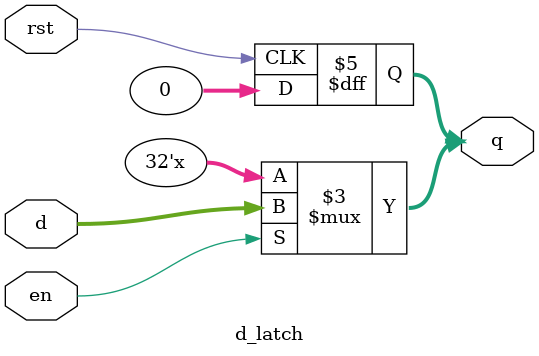
<source format=v>
module d_latch #(parameter BSIZE = 32)
(
	input[BSIZE-1:0] d,
	input en,
	input rst,
	output reg[BSIZE-1:0] q
);

always @(negedge rst)
	begin
		q <= 0;
	end

always @(en or d)
	begin
		if(en)
			q <= d;
	end
endmodule
</source>
